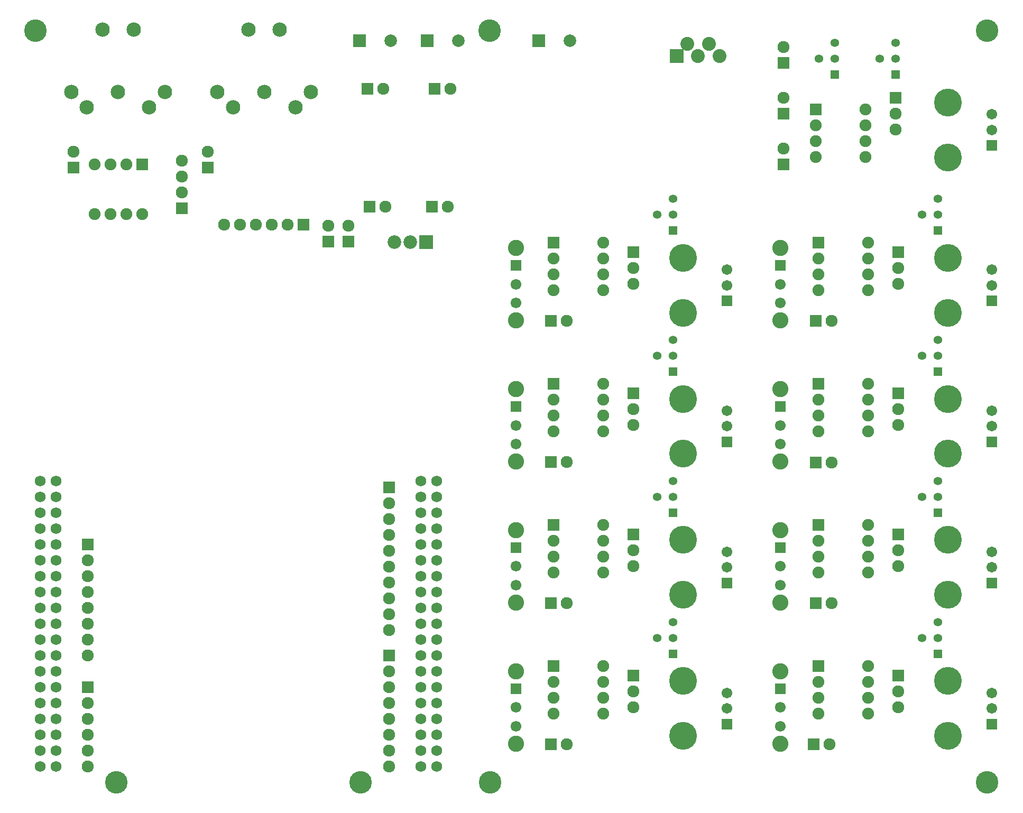
<source format=gbs>
G04*
G04 #@! TF.GenerationSoftware,Altium Limited,Altium Designer,25.3.3 (18)*
G04*
G04 Layer_Color=16711935*
%FSLAX25Y25*%
%MOIN*%
G70*
G04*
G04 #@! TF.SameCoordinates,534849FD-C709-4DE4-B12B-026E8ABDF027*
G04*
G04*
G04 #@! TF.FilePolarity,Negative*
G04*
G01*
G75*
%ADD36R,0.08772X0.08772*%
%ADD37C,0.08772*%
%ADD38C,0.07591*%
%ADD39R,0.07591X0.07591*%
%ADD40C,0.07493*%
%ADD41R,0.07493X0.07493*%
%ADD42C,0.05347*%
%ADD43R,0.05347X0.05347*%
%ADD44C,0.07887*%
%ADD45R,0.07887X0.07887*%
%ADD46C,0.09068*%
%ADD47R,0.08595X0.08595*%
%ADD48C,0.08595*%
%ADD49R,0.07591X0.07591*%
%ADD50R,0.07493X0.07493*%
%ADD51R,0.06706X0.06706*%
%ADD52C,0.06706*%
%ADD53C,0.17572*%
%ADD54R,0.06765X0.06765*%
%ADD55C,0.06765*%
%ADD56C,0.10190*%
%ADD57C,0.14186*%
%ADD58C,0.06824*%
D36*
X495669Y568898D02*
D03*
D37*
X509055D02*
D03*
X522441D02*
D03*
X502362Y576772D02*
D03*
X515748D02*
D03*
D38*
X288583Y462205D02*
D03*
X275984D02*
D03*
X200000Y508819D02*
D03*
X115354D02*
D03*
X633538Y532680D02*
D03*
Y522680D02*
D03*
X562992Y574567D02*
D03*
Y542598D02*
D03*
Y510630D02*
D03*
X183465Y502913D02*
D03*
Y492913D02*
D03*
Y482913D02*
D03*
X230315Y462598D02*
D03*
X240315D02*
D03*
X250315D02*
D03*
X210315D02*
D03*
X220315D02*
D03*
X352913Y548425D02*
D03*
X310394D02*
D03*
X593307Y312598D02*
D03*
X635113Y247483D02*
D03*
Y257483D02*
D03*
Y336459D02*
D03*
Y346459D02*
D03*
Y425435D02*
D03*
Y435435D02*
D03*
Y158506D02*
D03*
Y168506D02*
D03*
X593307Y224016D02*
D03*
Y401968D02*
D03*
X591732Y135039D02*
D03*
X426378Y312992D02*
D03*
Y224016D02*
D03*
X426378Y135039D02*
D03*
X468184Y336459D02*
D03*
Y346459D02*
D03*
Y247483D02*
D03*
Y257483D02*
D03*
X468184Y158506D02*
D03*
Y168506D02*
D03*
X468184Y425435D02*
D03*
Y435435D02*
D03*
X426378Y401968D02*
D03*
X314126Y207008D02*
D03*
Y217008D02*
D03*
Y227008D02*
D03*
Y237008D02*
D03*
Y267008D02*
D03*
Y277008D02*
D03*
Y287008D02*
D03*
Y247008D02*
D03*
Y257008D02*
D03*
Y121008D02*
D03*
Y131008D02*
D03*
Y161008D02*
D03*
Y171008D02*
D03*
Y181008D02*
D03*
Y141008D02*
D03*
Y151008D02*
D03*
X124126Y131008D02*
D03*
Y121008D02*
D03*
Y161008D02*
D03*
Y151008D02*
D03*
Y141008D02*
D03*
Y191008D02*
D03*
Y201008D02*
D03*
Y231008D02*
D03*
Y241008D02*
D03*
Y251008D02*
D03*
Y211008D02*
D03*
Y221008D02*
D03*
X351339Y474016D02*
D03*
X311968D02*
D03*
D39*
X288583Y452205D02*
D03*
X275984D02*
D03*
X200000Y498819D02*
D03*
X115354D02*
D03*
X633538Y542680D02*
D03*
X562992Y564567D02*
D03*
Y532598D02*
D03*
Y500630D02*
D03*
X183465Y472913D02*
D03*
X635113Y267483D02*
D03*
Y356459D02*
D03*
Y445435D02*
D03*
Y178506D02*
D03*
X468184Y356459D02*
D03*
Y267483D02*
D03*
X468184Y178506D02*
D03*
X468184Y445435D02*
D03*
X314126Y297008D02*
D03*
Y191008D02*
D03*
X124126Y171008D02*
D03*
Y261008D02*
D03*
D40*
X614597Y535472D02*
D03*
Y525472D02*
D03*
Y515472D02*
D03*
Y505472D02*
D03*
X583337D02*
D03*
Y515472D02*
D03*
Y525472D02*
D03*
X158701Y469409D02*
D03*
X148701D02*
D03*
X138701D02*
D03*
X128701D02*
D03*
Y500669D02*
D03*
X138701D02*
D03*
X148701D02*
D03*
X584912Y441240D02*
D03*
Y431240D02*
D03*
Y421240D02*
D03*
X616172D02*
D03*
Y431240D02*
D03*
Y441240D02*
D03*
Y451240D02*
D03*
X584912Y352264D02*
D03*
Y342264D02*
D03*
Y332264D02*
D03*
X616172D02*
D03*
Y342264D02*
D03*
Y352264D02*
D03*
Y362264D02*
D03*
X584912Y174311D02*
D03*
Y164311D02*
D03*
Y154311D02*
D03*
X616172D02*
D03*
Y164311D02*
D03*
Y174311D02*
D03*
Y184311D02*
D03*
X584912Y263287D02*
D03*
Y253287D02*
D03*
Y243287D02*
D03*
X616172D02*
D03*
Y253287D02*
D03*
Y263287D02*
D03*
Y273287D02*
D03*
X417982Y441240D02*
D03*
Y431240D02*
D03*
Y421240D02*
D03*
X449242D02*
D03*
Y431240D02*
D03*
Y441240D02*
D03*
Y451240D02*
D03*
X417982Y352264D02*
D03*
Y342264D02*
D03*
Y332264D02*
D03*
X449242D02*
D03*
Y342264D02*
D03*
Y352264D02*
D03*
Y362264D02*
D03*
X417982Y263287D02*
D03*
Y253287D02*
D03*
Y243287D02*
D03*
X449242D02*
D03*
Y253287D02*
D03*
Y263287D02*
D03*
Y273287D02*
D03*
X417982Y174311D02*
D03*
Y164311D02*
D03*
Y154311D02*
D03*
X449242D02*
D03*
Y164311D02*
D03*
Y174311D02*
D03*
Y184311D02*
D03*
D41*
X583337Y535472D02*
D03*
X584912Y451240D02*
D03*
Y362264D02*
D03*
Y184311D02*
D03*
Y273287D02*
D03*
X417982Y451240D02*
D03*
Y362264D02*
D03*
Y273287D02*
D03*
X417982Y184311D02*
D03*
D42*
X633465Y567323D02*
D03*
X623465D02*
D03*
X633465Y577323D02*
D03*
X595276Y567323D02*
D03*
X585276D02*
D03*
X595276Y577323D02*
D03*
X660236Y290945D02*
D03*
X650236D02*
D03*
X660236Y300945D02*
D03*
Y379921D02*
D03*
X650236D02*
D03*
X660236Y389921D02*
D03*
Y468898D02*
D03*
X650236D02*
D03*
X660236Y478898D02*
D03*
Y201969D02*
D03*
X650236D02*
D03*
X660236Y211968D02*
D03*
X493307Y201969D02*
D03*
X483307D02*
D03*
X493307Y211968D02*
D03*
X493307Y290945D02*
D03*
X483307D02*
D03*
X493307Y300945D02*
D03*
Y379921D02*
D03*
X483307D02*
D03*
X493307Y389921D02*
D03*
Y468898D02*
D03*
X483307D02*
D03*
X493307Y478898D02*
D03*
D43*
X633465Y557323D02*
D03*
X595276D02*
D03*
X660236Y280945D02*
D03*
Y369921D02*
D03*
Y458898D02*
D03*
Y191969D02*
D03*
X493307D02*
D03*
X493307Y280945D02*
D03*
Y369921D02*
D03*
Y458898D02*
D03*
D44*
X428346Y578740D02*
D03*
X357874D02*
D03*
X315354D02*
D03*
D45*
X408661D02*
D03*
X338189D02*
D03*
X295669D02*
D03*
D46*
X225591Y585827D02*
D03*
X245276D02*
D03*
X215748Y536614D02*
D03*
X255118D02*
D03*
X205906Y546457D02*
D03*
X235433D02*
D03*
X264961D02*
D03*
X133465Y585827D02*
D03*
X153150D02*
D03*
X123622Y536614D02*
D03*
X162992D02*
D03*
X113779Y546457D02*
D03*
X143307D02*
D03*
X172835D02*
D03*
D47*
X337598Y451575D02*
D03*
D48*
X327559D02*
D03*
X317520D02*
D03*
D49*
X260315Y462598D02*
D03*
X342913Y548425D02*
D03*
X300394D02*
D03*
X583307Y312598D02*
D03*
Y224016D02*
D03*
Y401968D02*
D03*
X581732Y135039D02*
D03*
X416378Y312992D02*
D03*
Y224016D02*
D03*
X416378Y135039D02*
D03*
X416378Y401968D02*
D03*
X341339Y474016D02*
D03*
X301969D02*
D03*
D50*
X158701Y500669D02*
D03*
D51*
X694181Y414701D02*
D03*
Y325725D02*
D03*
Y236748D02*
D03*
Y147772D02*
D03*
X527252Y414701D02*
D03*
Y325725D02*
D03*
Y236748D02*
D03*
X527252Y147772D02*
D03*
X694181Y512598D02*
D03*
D52*
Y424543D02*
D03*
Y434386D02*
D03*
Y335567D02*
D03*
Y345409D02*
D03*
Y246591D02*
D03*
Y256433D02*
D03*
Y157614D02*
D03*
Y167457D02*
D03*
X527252Y424543D02*
D03*
Y434386D02*
D03*
Y335567D02*
D03*
Y345410D02*
D03*
Y246591D02*
D03*
Y256433D02*
D03*
X527252Y157614D02*
D03*
Y167457D02*
D03*
X694181Y522441D02*
D03*
Y532283D02*
D03*
D53*
X666622Y407221D02*
D03*
Y441866D02*
D03*
Y318244D02*
D03*
Y352890D02*
D03*
Y229268D02*
D03*
Y263913D02*
D03*
Y140291D02*
D03*
Y174937D02*
D03*
X499693Y407221D02*
D03*
Y441866D02*
D03*
Y318244D02*
D03*
Y352890D02*
D03*
Y229268D02*
D03*
Y263913D02*
D03*
X499693Y140291D02*
D03*
Y174937D02*
D03*
X666622Y505118D02*
D03*
Y539764D02*
D03*
D54*
X394094Y437008D02*
D03*
X561024Y348031D02*
D03*
Y259055D02*
D03*
Y170079D02*
D03*
Y437008D02*
D03*
X394094Y348031D02*
D03*
Y259055D02*
D03*
X394094Y170079D02*
D03*
D55*
X394094Y425197D02*
D03*
Y413386D02*
D03*
X561024Y336221D02*
D03*
Y324410D02*
D03*
Y247244D02*
D03*
Y235433D02*
D03*
Y158268D02*
D03*
Y146457D02*
D03*
Y425197D02*
D03*
Y413386D02*
D03*
X394094Y336221D02*
D03*
Y324410D02*
D03*
Y247244D02*
D03*
Y235433D02*
D03*
X394094Y158268D02*
D03*
Y146457D02*
D03*
D56*
X394094Y448032D02*
D03*
Y402362D02*
D03*
X561024Y359055D02*
D03*
Y313386D02*
D03*
Y270079D02*
D03*
Y224410D02*
D03*
Y181102D02*
D03*
Y135433D02*
D03*
Y448032D02*
D03*
Y402362D02*
D03*
X394094Y359055D02*
D03*
Y313386D02*
D03*
Y270079D02*
D03*
Y224410D02*
D03*
X394094Y181102D02*
D03*
Y135433D02*
D03*
D57*
X377559Y585039D02*
D03*
X377953Y111024D02*
D03*
X91339Y585039D02*
D03*
X691339D02*
D03*
X296126Y111024D02*
D03*
X142126D02*
D03*
X691339D02*
D03*
D58*
X344126Y121008D02*
D03*
X334126D02*
D03*
X344126Y131008D02*
D03*
X334126D02*
D03*
X344126Y141008D02*
D03*
X334126D02*
D03*
X344126Y151008D02*
D03*
X334126D02*
D03*
X344126Y161008D02*
D03*
X334126D02*
D03*
X344126Y171008D02*
D03*
X334126D02*
D03*
X344126Y181008D02*
D03*
X334126D02*
D03*
X344126Y191008D02*
D03*
X334126D02*
D03*
X344126Y201008D02*
D03*
X334126D02*
D03*
X344126Y211008D02*
D03*
X334126D02*
D03*
X344126Y221008D02*
D03*
X334126D02*
D03*
X344126Y231008D02*
D03*
X334126D02*
D03*
X344126Y241008D02*
D03*
X334126D02*
D03*
X344126Y251008D02*
D03*
X334126D02*
D03*
X344126Y261008D02*
D03*
X334126D02*
D03*
X344126Y271008D02*
D03*
X334126D02*
D03*
X344126Y281008D02*
D03*
X334126D02*
D03*
X344126Y291008D02*
D03*
X334126D02*
D03*
X344126Y301008D02*
D03*
X334126D02*
D03*
X104126Y121008D02*
D03*
X94126D02*
D03*
X104126Y131008D02*
D03*
X94126D02*
D03*
X104126Y141008D02*
D03*
X94126D02*
D03*
X104126Y151008D02*
D03*
X94126D02*
D03*
X104126Y161008D02*
D03*
X94126D02*
D03*
X104126Y171008D02*
D03*
X94126D02*
D03*
X104126Y181008D02*
D03*
X94126D02*
D03*
X104126Y191008D02*
D03*
X94126D02*
D03*
X104126Y201008D02*
D03*
X94126D02*
D03*
X104126Y211008D02*
D03*
X94126D02*
D03*
X104126Y221008D02*
D03*
X94126D02*
D03*
X104126Y231008D02*
D03*
X94126D02*
D03*
X104126Y241008D02*
D03*
X94126D02*
D03*
X104126Y251008D02*
D03*
X94126D02*
D03*
X104126Y261008D02*
D03*
X94126D02*
D03*
X104126Y271008D02*
D03*
X94126D02*
D03*
X104126Y281008D02*
D03*
X94126D02*
D03*
X104126Y291008D02*
D03*
X94126D02*
D03*
X104126Y301008D02*
D03*
X94126D02*
D03*
M02*

</source>
